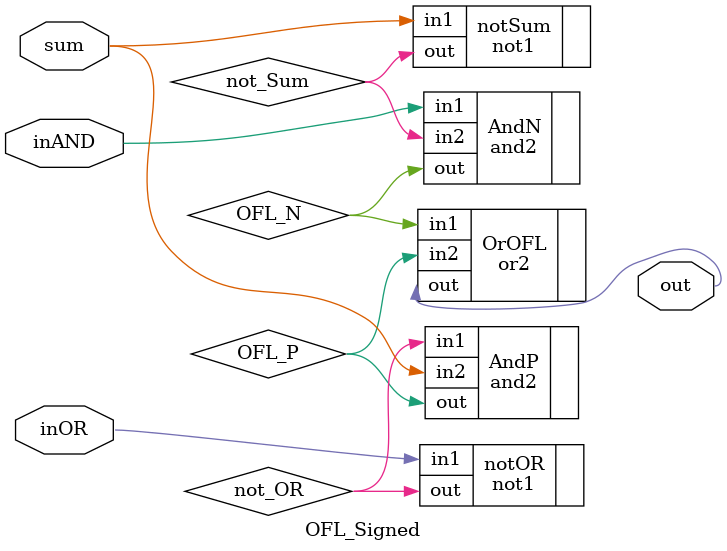
<source format=v>
/*
    CS/ECE 552 Spring '23
    Homework #1, Problem 1

    Overflow detector for signed CLA inputs/outputs
*/
`default_nettype none
module OFL_Signed (out, inOR, inAND, sum);
    output wire out;
    input wire inOR, inAND, sum;
    
    wire not_OR, not_Sum, OFL_N, OFL_P;
    not1 notOR  (.out(not_OR), .in1(inOR));
    not1 notSum (.out(not_Sum), .in1(sum));

    and2 AndN   (.out(OFL_N), .in1(inAND), .in2(not_Sum));
    and2 AndP   (.out(OFL_P), .in1(not_OR), .in2(sum));

    or2  OrOFL  (.out(out), .in1(OFL_N), .in2(OFL_P));


endmodule
`default_nettype wire

</source>
